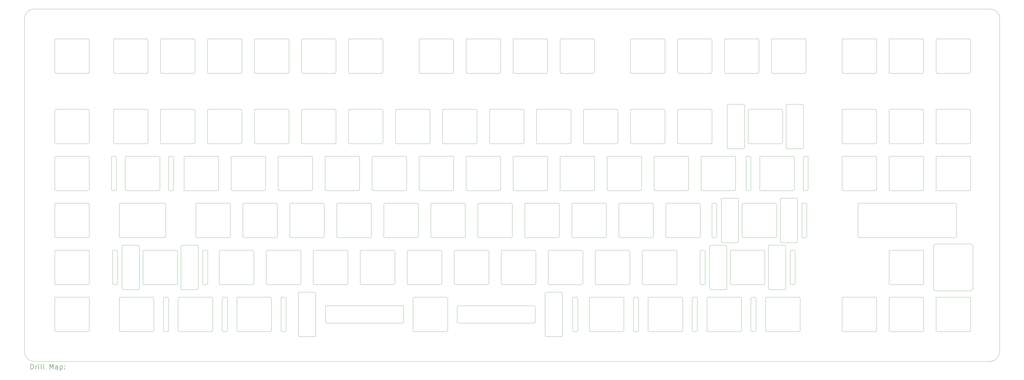
<source format=gbr>
%FSLAX45Y45*%
G04 Gerber Fmt 4.5, Leading zero omitted, Abs format (unit mm)*
G04 Created by KiCad (PCBNEW (6.0.0)) date 2022-03-09 15:54:17*
%MOMM*%
%LPD*%
G01*
G04 APERTURE LIST*
%TA.AperFunction,Profile*%
%ADD10C,0.100000*%
%TD*%
%TA.AperFunction,Profile*%
%ADD11C,0.050000*%
%TD*%
%ADD12C,0.200000*%
G04 APERTURE END LIST*
D10*
X16709470Y-19303045D02*
X16709470Y-19903045D01*
X13592700Y-19253045D02*
X16659470Y-19253045D01*
X13542700Y-19903045D02*
X13542700Y-19303045D01*
X13592700Y-19953045D02*
X16659470Y-19953045D01*
X13542700Y-19903045D02*
G75*
G03*
X13592700Y-19953045I50000J0D01*
G01*
X13592700Y-19253045D02*
G75*
G03*
X13542700Y-19303045I0J-50000D01*
G01*
X16709470Y-19303045D02*
G75*
G03*
X16659470Y-19253045I-50000J0D01*
G01*
X16659470Y-19953045D02*
G75*
G03*
X16709470Y-19903045I0J50000D01*
G01*
X5187725Y-16445290D02*
G75*
G03*
X5237725Y-16495290I50000J0D01*
G01*
X5237725Y-16495290D02*
X7013975Y-16495050D01*
X5237725Y-15095290D02*
X7013975Y-15095050D01*
X5187725Y-15145290D02*
X5187725Y-16445290D01*
X5237725Y-15095290D02*
G75*
G03*
X5187725Y-15145290I0J-50000D01*
G01*
X21993300Y-19255615D02*
X18926530Y-19255615D01*
X22043300Y-19305615D02*
G75*
G03*
X21993300Y-19255615I-50000J0D01*
G01*
X18876530Y-19905615D02*
X18876530Y-19305615D01*
X18926530Y-19255615D02*
G75*
G03*
X18876530Y-19305615I0J-50000D01*
G01*
X21993300Y-19955615D02*
G75*
G03*
X22043300Y-19905615I0J50000D01*
G01*
X18876530Y-19905615D02*
G75*
G03*
X18926530Y-19955615I50000J0D01*
G01*
X22043300Y-19305615D02*
X22043300Y-19905615D01*
X21993300Y-19955615D02*
X18926530Y-19955615D01*
X34477100Y-13239930D02*
X34477100Y-14539930D01*
X34527100Y-13189930D02*
X35827100Y-13189930D01*
X36382100Y-13239930D02*
X36382100Y-14539930D01*
X39687100Y-13239930D02*
X39687100Y-14539930D01*
X37782100Y-13239930D02*
G75*
G03*
X37732100Y-13189930I-50000J0D01*
G01*
X37732100Y-14589930D02*
G75*
G03*
X37782100Y-14539930I0J50000D01*
G01*
X35877100Y-13239930D02*
G75*
G03*
X35827100Y-13189930I-50000J0D01*
G01*
X39637100Y-14589930D02*
G75*
G03*
X39687100Y-14539930I0J50000D01*
G01*
X38287100Y-13239930D02*
X38287100Y-14539930D01*
X38337100Y-13189930D02*
X39637100Y-13189930D01*
X35877100Y-13239930D02*
X35877100Y-14539930D01*
X34527100Y-14589930D02*
X35827100Y-14589930D01*
X39687100Y-13239930D02*
G75*
G03*
X39637100Y-13189930I-50000J0D01*
G01*
X37782100Y-13239930D02*
X37782100Y-14539930D01*
X38337100Y-13189930D02*
G75*
G03*
X38287100Y-13239930I0J-50000D01*
G01*
X36432100Y-13189930D02*
X37732100Y-13189930D01*
X36432100Y-13189930D02*
G75*
G03*
X36382100Y-13239930I0J-50000D01*
G01*
X36382100Y-14539930D02*
G75*
G03*
X36432100Y-14589930I50000J0D01*
G01*
X36432100Y-14589930D02*
X37732100Y-14589930D01*
X38337100Y-14589930D02*
X39637100Y-14589930D01*
X35827100Y-14589930D02*
G75*
G03*
X35877100Y-14539930I0J50000D01*
G01*
X34477100Y-14539930D02*
G75*
G03*
X34527100Y-14589930I50000J0D01*
G01*
X38287100Y-14539930D02*
G75*
G03*
X38337100Y-14589930I50000J0D01*
G01*
X34527100Y-13189930D02*
G75*
G03*
X34477100Y-13239930I0J-50000D01*
G01*
X36382100Y-8477730D02*
X36382100Y-9777730D01*
X37782100Y-8477730D02*
G75*
G03*
X37732100Y-8427730I-50000J0D01*
G01*
X37732100Y-9827730D02*
G75*
G03*
X37782100Y-9777730I0J50000D01*
G01*
X37782100Y-8477730D02*
X37782100Y-9777730D01*
X36432100Y-8427730D02*
X37732100Y-8427730D01*
X36432100Y-8427730D02*
G75*
G03*
X36382100Y-8477730I0J-50000D01*
G01*
X36382100Y-9777730D02*
G75*
G03*
X36432100Y-9827730I50000J0D01*
G01*
X36432100Y-9827730D02*
X37732100Y-9827730D01*
X30523300Y-11134570D02*
G75*
G03*
X30473300Y-11084570I-50000J0D01*
G01*
X29873300Y-11084570D02*
G75*
G03*
X29823300Y-11134570I0J-50000D01*
G01*
X29823300Y-12835050D02*
X29823300Y-11134570D01*
X30523300Y-12835050D02*
X30523300Y-11134570D01*
X29873300Y-11084570D02*
X30473300Y-11084570D01*
X32910900Y-11134570D02*
G75*
G03*
X32860900Y-11084570I-50000J0D01*
G01*
X32260900Y-11084570D02*
G75*
G03*
X32210900Y-11134570I0J-50000D01*
G01*
X32260900Y-11084570D02*
X32860900Y-11084570D01*
X6191770Y-18399690D02*
X7491770Y-18399690D01*
X6191770Y-16999690D02*
G75*
G03*
X6141770Y-17049690I0J-50000D01*
G01*
X6141770Y-17049690D02*
X6141770Y-18349690D01*
X6141770Y-18349690D02*
G75*
G03*
X6191770Y-18399690I50000J0D01*
G01*
X7491770Y-18399690D02*
G75*
G03*
X7541770Y-18349690I0J50000D01*
G01*
X7541770Y-17049690D02*
G75*
G03*
X7491770Y-16999690I-50000J0D01*
G01*
X7541770Y-17049690D02*
X7541770Y-18349690D01*
X6191770Y-16999690D02*
X7491770Y-16999690D01*
X13093975Y-18703610D02*
X12493975Y-18703610D01*
X13143975Y-18753610D02*
G75*
G03*
X13093975Y-18703610I-50000J0D01*
G01*
X12493975Y-18703610D02*
G75*
G03*
X12443975Y-18753610I0J-50000D01*
G01*
X23093975Y-18703610D02*
X22493975Y-18703610D01*
X23143975Y-18753610D02*
G75*
G03*
X23093975Y-18703610I-50000J0D01*
G01*
X22493975Y-18703610D02*
G75*
G03*
X22443975Y-18753610I0J-50000D01*
G01*
X7023565Y-18904270D02*
G75*
G03*
X6973565Y-18954270I0J-50000D01*
G01*
X7183015Y-20254270D02*
X7183015Y-18954270D01*
X7023565Y-18904270D02*
X7133015Y-18904270D01*
X6973565Y-20254270D02*
G75*
G03*
X7023565Y-20304270I50000J0D01*
G01*
X7023565Y-20304270D02*
X7133015Y-20304270D01*
X7133015Y-20304270D02*
G75*
G03*
X7183015Y-20254270I0J50000D01*
G01*
X6973565Y-20254270D02*
X6973565Y-18954270D01*
X7183015Y-18954270D02*
G75*
G03*
X7133015Y-18904270I-50000J0D01*
G01*
X9354665Y-20254270D02*
X9354665Y-18954270D01*
X9404665Y-18904270D02*
G75*
G03*
X9354665Y-18954270I0J-50000D01*
G01*
X9564115Y-18954270D02*
G75*
G03*
X9514115Y-18904270I-50000J0D01*
G01*
X9354665Y-20254270D02*
G75*
G03*
X9404665Y-20304270I50000J0D01*
G01*
X9404665Y-20304270D02*
X9514115Y-20304270D01*
X9564115Y-20254270D02*
X9564115Y-18954270D01*
X9404665Y-18904270D02*
X9514115Y-18904270D01*
X9514115Y-20304270D02*
G75*
G03*
X9564115Y-20254270I0J50000D01*
G01*
X11785765Y-18904270D02*
G75*
G03*
X11735765Y-18954270I0J-50000D01*
G01*
X11945215Y-18954270D02*
G75*
G03*
X11895215Y-18904270I-50000J0D01*
G01*
X11735765Y-20254270D02*
G75*
G03*
X11785765Y-20304270I50000J0D01*
G01*
X11945215Y-20254270D02*
X11945215Y-18954270D01*
X11785765Y-20304270D02*
X11895215Y-20304270D01*
X11785765Y-18904270D02*
X11895215Y-18904270D01*
X11735765Y-20254270D02*
X11735765Y-18954270D01*
X11895215Y-20304270D02*
G75*
G03*
X11945215Y-20254270I0J50000D01*
G01*
X30944015Y-20304270D02*
G75*
G03*
X30994015Y-20254270I0J50000D01*
G01*
X30834565Y-18904270D02*
G75*
G03*
X30784565Y-18954270I0J-50000D01*
G01*
X30994015Y-20254270D02*
X30994015Y-18954270D01*
X30834565Y-20304270D02*
X30944015Y-20304270D01*
X30994015Y-18954270D02*
G75*
G03*
X30944015Y-18904270I-50000J0D01*
G01*
X30784565Y-20254270D02*
X30784565Y-18954270D01*
X30784565Y-20254270D02*
G75*
G03*
X30834565Y-20304270I50000J0D01*
G01*
X30834565Y-18904270D02*
X30944015Y-18904270D01*
X28453465Y-18904270D02*
X28562915Y-18904270D01*
X28403465Y-20254270D02*
X28403465Y-18954270D01*
X28403465Y-20254270D02*
G75*
G03*
X28453465Y-20304270I50000J0D01*
G01*
X28453465Y-18904270D02*
G75*
G03*
X28403465Y-18954270I0J-50000D01*
G01*
X28562915Y-20304270D02*
G75*
G03*
X28612915Y-20254270I0J50000D01*
G01*
X28453465Y-20304270D02*
X28562915Y-20304270D01*
X28612915Y-18954270D02*
G75*
G03*
X28562915Y-18904270I-50000J0D01*
G01*
X28612915Y-20254270D02*
X28612915Y-18954270D01*
X26072365Y-18904270D02*
G75*
G03*
X26022365Y-18954270I0J-50000D01*
G01*
X26022365Y-20254270D02*
X26022365Y-18954270D01*
X26231815Y-20254270D02*
X26231815Y-18954270D01*
X26231815Y-18954270D02*
G75*
G03*
X26181815Y-18904270I-50000J0D01*
G01*
X26072365Y-18904270D02*
X26181815Y-18904270D01*
X26022365Y-20254270D02*
G75*
G03*
X26072365Y-20304270I50000J0D01*
G01*
X26181815Y-20304270D02*
G75*
G03*
X26231815Y-20254270I0J50000D01*
G01*
X26072365Y-20304270D02*
X26181815Y-20304270D01*
X8254480Y-8477550D02*
G75*
G03*
X8204480Y-8427550I-50000J0D01*
G01*
X6854480Y-8477550D02*
X6854480Y-9777550D01*
X8254480Y-8477550D02*
X8254480Y-9777550D01*
X6904480Y-8427550D02*
G75*
G03*
X6854480Y-8477550I0J-50000D01*
G01*
X6904480Y-8427550D02*
X8204480Y-8427550D01*
X6904480Y-9827550D02*
X8204480Y-9827550D01*
X8204480Y-9827550D02*
G75*
G03*
X8254480Y-9777550I0J50000D01*
G01*
X6854480Y-9777550D02*
G75*
G03*
X6904480Y-9827550I50000J0D01*
G01*
X7735570Y-16799210D02*
X8335570Y-16799210D01*
X5347970Y-18599690D02*
X5947970Y-18599690D01*
X7735570Y-18599690D02*
X8335570Y-18599690D01*
X8385570Y-16849210D02*
G75*
G03*
X8335570Y-16799210I-50000J0D01*
G01*
X5997970Y-18549690D02*
X5997970Y-16849210D01*
X5947970Y-18599690D02*
G75*
G03*
X5997970Y-18549690I0J50000D01*
G01*
X5297970Y-18549690D02*
G75*
G03*
X5347970Y-18599690I50000J0D01*
G01*
X7685570Y-18549690D02*
G75*
G03*
X7735570Y-18599690I50000J0D01*
G01*
X5297970Y-18549690D02*
X5297970Y-16849210D01*
X7735570Y-16799210D02*
G75*
G03*
X7685570Y-16849210I0J-50000D01*
G01*
X8335570Y-18599690D02*
G75*
G03*
X8385570Y-18549690I0J50000D01*
G01*
X7685570Y-16849210D02*
X7685570Y-18549690D01*
X8385570Y-16849210D02*
X8385570Y-18549690D01*
X5997970Y-16849210D02*
G75*
G03*
X5947970Y-16799210I-50000J0D01*
G01*
X5347970Y-16799210D02*
X5947970Y-16799210D01*
X5347970Y-16799210D02*
G75*
G03*
X5297970Y-16849210I0J-50000D01*
G01*
X13093975Y-20505050D02*
X12493975Y-20505050D01*
X13093975Y-20505050D02*
G75*
G03*
X13143975Y-20455050I0J50000D01*
G01*
X12443975Y-20455050D02*
G75*
G03*
X12493975Y-20505050I50000J0D01*
G01*
X23093975Y-20505050D02*
G75*
G03*
X23143975Y-20455050I0J50000D01*
G01*
X22443975Y-20455050D02*
G75*
G03*
X22493975Y-20505050I50000J0D01*
G01*
X23093975Y-20505050D02*
X22493975Y-20505050D01*
X30478990Y-16494810D02*
X31778990Y-16494810D01*
X31828990Y-15144810D02*
G75*
G03*
X31778990Y-15094810I-50000J0D01*
G01*
X30478990Y-15094810D02*
X31778990Y-15094810D01*
X30235190Y-16694810D02*
G75*
G03*
X30285190Y-16644810I0J50000D01*
G01*
X29635190Y-16694810D02*
X30235190Y-16694810D01*
X31972790Y-16644810D02*
G75*
G03*
X32022790Y-16694810I50000J0D01*
G01*
X31972790Y-14944330D02*
X31972790Y-16644810D01*
X32672790Y-14944330D02*
X32672790Y-16644810D01*
X32022790Y-16694810D02*
X32622790Y-16694810D01*
X31778990Y-16494810D02*
G75*
G03*
X31828990Y-16444810I0J50000D01*
G01*
X30478990Y-15094810D02*
G75*
G03*
X30428990Y-15144810I0J-50000D01*
G01*
X32622790Y-16694810D02*
G75*
G03*
X32672790Y-16644810I0J50000D01*
G01*
X31828990Y-15144810D02*
X31828990Y-16444810D01*
X29585190Y-16644810D02*
G75*
G03*
X29635190Y-16694810I50000J0D01*
G01*
X30428990Y-15144810D02*
X30428990Y-16444810D01*
X30428990Y-16444810D02*
G75*
G03*
X30478990Y-16494810I50000J0D01*
G01*
X32022790Y-14894330D02*
G75*
G03*
X31972790Y-14944330I0J-50000D01*
G01*
X30285190Y-16644810D02*
X30285190Y-14944330D01*
X29635190Y-14894330D02*
G75*
G03*
X29585190Y-14944330I0J-50000D01*
G01*
X32672790Y-14944330D02*
G75*
G03*
X32622790Y-14894330I-50000J0D01*
G01*
X29585190Y-16644810D02*
X29585190Y-14944330D01*
X32022790Y-14894330D02*
X32622790Y-14894330D01*
X30285190Y-14944330D02*
G75*
G03*
X30235190Y-14894330I-50000J0D01*
G01*
X29635190Y-14894330D02*
X30235190Y-14894330D01*
X30002770Y-16999690D02*
G75*
G03*
X29952770Y-17049690I0J-50000D01*
G01*
X31546570Y-16799210D02*
X32146570Y-16799210D01*
X29808970Y-16849210D02*
G75*
G03*
X29758970Y-16799210I-50000J0D01*
G01*
X29758970Y-18599690D02*
G75*
G03*
X29808970Y-18549690I0J50000D01*
G01*
X31496570Y-18549690D02*
G75*
G03*
X31546570Y-18599690I50000J0D01*
G01*
X31546570Y-18599690D02*
X32146570Y-18599690D01*
X31352770Y-17049690D02*
X31352770Y-18349690D01*
X31546570Y-16799210D02*
G75*
G03*
X31496570Y-16849210I0J-50000D01*
G01*
X29158970Y-16799210D02*
G75*
G03*
X29108970Y-16849210I0J-50000D01*
G01*
X29108970Y-18549690D02*
X29108970Y-16849210D01*
X29158970Y-16799210D02*
X29758970Y-16799210D01*
X30002770Y-16999690D02*
X31302770Y-16999690D01*
X29108970Y-18549690D02*
G75*
G03*
X29158970Y-18599690I50000J0D01*
G01*
X31496570Y-16849210D02*
X31496570Y-18549690D01*
X29952770Y-17049690D02*
X29952770Y-18349690D01*
X29952770Y-18349690D02*
G75*
G03*
X30002770Y-18399690I50000J0D01*
G01*
X31302770Y-18399690D02*
G75*
G03*
X31352770Y-18349690I0J50000D01*
G01*
X29158970Y-18599690D02*
X29758970Y-18599690D01*
X29808970Y-18549690D02*
X29808970Y-16849210D01*
X32196570Y-16849210D02*
X32196570Y-18549690D01*
X30002770Y-18399690D02*
X31302770Y-18399690D01*
X32146570Y-18599690D02*
G75*
G03*
X32196570Y-18549690I0J50000D01*
G01*
X31352770Y-17049690D02*
G75*
G03*
X31302770Y-16999690I-50000J0D01*
G01*
X32196570Y-16849210D02*
G75*
G03*
X32146570Y-16799210I-50000J0D01*
G01*
X26352100Y-13240050D02*
G75*
G03*
X26302100Y-13190050I-50000J0D01*
G01*
X12014600Y-9827550D02*
G75*
G03*
X12064600Y-9777550I0J50000D01*
G01*
X17382100Y-8427550D02*
G75*
G03*
X17332100Y-8477550I0J-50000D01*
G01*
X10109600Y-12685050D02*
G75*
G03*
X10159600Y-12635050I0J50000D01*
G01*
X37782100Y-18955050D02*
G75*
G03*
X37732100Y-18905050I-50000J0D01*
G01*
X2618350Y-17000050D02*
X3918350Y-17000050D01*
X17332100Y-14540050D02*
G75*
G03*
X17382100Y-14590050I50000J0D01*
G01*
X22065850Y-17050050D02*
G75*
G03*
X22015850Y-17000050I-50000J0D01*
G01*
X11140850Y-17050050D02*
X11140850Y-18350050D01*
X16429600Y-11285050D02*
X17729600Y-11285050D01*
X30667100Y-11335050D02*
X30667100Y-12635050D01*
X24525850Y-17000050D02*
G75*
G03*
X24475850Y-17050050I0J-50000D01*
G01*
X12093350Y-16445050D02*
G75*
G03*
X12143350Y-16495050I50000J0D01*
G01*
D11*
X40472400Y-7222670D02*
X1739840Y-7222670D01*
D10*
X16905850Y-17000050D02*
X18205850Y-17000050D01*
X13522100Y-14540050D02*
G75*
G03*
X13572100Y-14590050I50000J0D01*
G01*
X23611655Y-18904270D02*
X23721105Y-18904270D01*
X31619600Y-9777550D02*
G75*
G03*
X31669600Y-9827550I50000J0D01*
G01*
X4915850Y-13190050D02*
G75*
G03*
X4865850Y-13240050I0J-50000D01*
G01*
X26380850Y-18350050D02*
G75*
G03*
X26430850Y-18400050I50000J0D01*
G01*
X8809600Y-8427550D02*
X10109600Y-8427550D01*
X19287100Y-14590050D02*
X20587100Y-14590050D01*
X3968350Y-15145050D02*
G75*
G03*
X3918350Y-15095050I-50000J0D01*
G01*
X19287100Y-13190050D02*
G75*
G03*
X19237100Y-13240050I0J-50000D01*
G01*
X25954600Y-8427550D02*
G75*
G03*
X25904600Y-8477550I0J-50000D01*
G01*
X25399600Y-11335050D02*
G75*
G03*
X25349600Y-11285050I-50000J0D01*
G01*
X23444600Y-12685050D02*
G75*
G03*
X23494600Y-12635050I0J50000D01*
G01*
X24447100Y-8477550D02*
X24447100Y-9777550D01*
X39778490Y-18572520D02*
X39778490Y-16826380D01*
X32067100Y-11335050D02*
X32067100Y-12635050D01*
X16905850Y-17000050D02*
G75*
G03*
X16855850Y-17050050I0J-50000D01*
G01*
X2568350Y-20255050D02*
G75*
G03*
X2618350Y-20305050I50000J0D01*
G01*
X19763350Y-16495050D02*
X21063350Y-16495050D01*
X25904600Y-11335050D02*
X25904600Y-12635050D01*
X32953350Y-13190050D02*
X33053350Y-13190050D01*
X38287100Y-20255050D02*
G75*
G03*
X38337100Y-20305050I50000J0D01*
G01*
X22443975Y-18753610D02*
X22443975Y-20455050D01*
X32953350Y-14590050D02*
X33053350Y-14590050D01*
X23970850Y-17050050D02*
G75*
G03*
X23920850Y-17000050I-50000J0D01*
G01*
X12619600Y-12685050D02*
X13919600Y-12685050D01*
X16777100Y-14590050D02*
G75*
G03*
X16827100Y-14540050I0J50000D01*
G01*
X27859600Y-9827550D02*
X29159600Y-9827550D01*
X21192100Y-14590050D02*
X22492100Y-14590050D01*
X22065850Y-17050050D02*
X22065850Y-18350050D01*
X19237100Y-13240050D02*
X19237100Y-14540050D01*
X4965225Y-17000050D02*
X5065225Y-17000050D01*
X5065850Y-13240050D02*
G75*
G03*
X5015850Y-13190050I-50000J0D01*
G01*
X36382100Y-18350050D02*
G75*
G03*
X36432100Y-18400050I50000J0D01*
G01*
X3968350Y-8477550D02*
G75*
G03*
X3918350Y-8427550I-50000J0D01*
G01*
X39687100Y-11335050D02*
G75*
G03*
X39637100Y-11285050I-50000J0D01*
G01*
X26352100Y-13240050D02*
X26352100Y-14540050D01*
X25904600Y-9777550D02*
G75*
G03*
X25954600Y-9827550I50000J0D01*
G01*
X12619600Y-9827550D02*
X13919600Y-9827550D01*
X36432100Y-18400050D02*
X37732100Y-18400050D01*
X20160850Y-17050050D02*
X20160850Y-18350050D01*
X18760850Y-17050050D02*
X18760850Y-18350050D01*
X23523350Y-16445050D02*
G75*
G03*
X23573350Y-16495050I50000J0D01*
G01*
X21668350Y-16495050D02*
X22968350Y-16495050D01*
X10188350Y-15145050D02*
X10188350Y-16445050D01*
X34527100Y-18905050D02*
X35827100Y-18905050D01*
X35877100Y-18955050D02*
X35877100Y-20255050D01*
X15477100Y-14590050D02*
X16777100Y-14590050D01*
X16827100Y-13240050D02*
G75*
G03*
X16777100Y-13190050I-50000J0D01*
G01*
X39114160Y-15144930D02*
G75*
G03*
X39064160Y-15094930I-50000J0D01*
G01*
X14474600Y-11335050D02*
X14474600Y-12635050D01*
X22542100Y-13240050D02*
G75*
G03*
X22492100Y-13190050I-50000J0D01*
G01*
X7857100Y-13190050D02*
G75*
G03*
X7807100Y-13240050I0J-50000D01*
G01*
X36382100Y-12635050D02*
G75*
G03*
X36432100Y-12685050I50000J0D01*
G01*
X21618350Y-15145050D02*
X21618350Y-16445050D01*
X14922100Y-13240050D02*
X14922100Y-14540050D01*
X34477100Y-12635050D02*
G75*
G03*
X34527100Y-12685050I50000J0D01*
G01*
X20715850Y-17000050D02*
G75*
G03*
X20665850Y-17050050I0J-50000D01*
G01*
X23573350Y-16495050D02*
X24873350Y-16495050D01*
X31193350Y-13190050D02*
G75*
G03*
X31143350Y-13240050I0J-50000D01*
G01*
X2568350Y-16445050D02*
G75*
G03*
X2618350Y-16495050I50000J0D01*
G01*
X13969600Y-11335050D02*
G75*
G03*
X13919600Y-11285050I-50000J0D01*
G01*
X9235850Y-18350050D02*
G75*
G03*
X9285850Y-18400050I50000J0D01*
G01*
X3968350Y-15145050D02*
X3968350Y-16445050D01*
X12967100Y-14590050D02*
G75*
G03*
X13017100Y-14540050I0J50000D01*
G01*
X6587725Y-18955050D02*
X6587725Y-20255050D01*
X2618350Y-15095050D02*
X3918350Y-15095050D01*
X28762100Y-14540050D02*
G75*
G03*
X28812100Y-14590050I50000J0D01*
G01*
X16350850Y-17050050D02*
G75*
G03*
X16300850Y-17000050I-50000J0D01*
G01*
X22620850Y-18400050D02*
X23920850Y-18400050D01*
X26907100Y-13190050D02*
G75*
G03*
X26857100Y-13240050I0J-50000D01*
G01*
X30350225Y-20305050D02*
G75*
G03*
X30400225Y-20255050I0J50000D01*
G01*
X23999600Y-11335050D02*
X23999600Y-12635050D01*
X25478350Y-15095050D02*
G75*
G03*
X25428350Y-15145050I0J-50000D01*
G01*
X38337100Y-12685050D02*
X39637100Y-12685050D01*
X26907100Y-14590050D02*
X28207100Y-14590050D01*
X29253975Y-16495050D02*
X29353975Y-16495050D01*
X23611655Y-20304270D02*
X23721105Y-20304270D01*
X10159600Y-11335050D02*
X10159600Y-12635050D01*
X32860900Y-12885050D02*
G75*
G03*
X32910900Y-12835050I0J50000D01*
G01*
X23920850Y-18400050D02*
G75*
G03*
X23970850Y-18350050I0J50000D01*
G01*
X25002100Y-14590050D02*
X26302100Y-14590050D01*
X11350225Y-18955050D02*
G75*
G03*
X11300225Y-18905050I-50000J0D01*
G01*
X3968350Y-17050050D02*
X3968350Y-18350050D01*
X22542100Y-8477550D02*
X22542100Y-9777550D01*
X28018975Y-18955050D02*
X28018975Y-20255050D01*
X23561655Y-20254270D02*
X23561655Y-18954270D01*
X27859600Y-8427550D02*
G75*
G03*
X27809600Y-8477550I0J-50000D01*
G01*
X14048350Y-16495050D02*
X15348350Y-16495050D01*
X27254600Y-12685050D02*
G75*
G03*
X27304600Y-12635050I0J50000D01*
G01*
X18334600Y-11285050D02*
X19634600Y-11285050D01*
X29159600Y-12685050D02*
G75*
G03*
X29209600Y-12635050I0J50000D01*
G01*
X30400225Y-18955050D02*
G75*
G03*
X30350225Y-18905050I-50000J0D01*
G01*
X28727725Y-17050050D02*
X28727725Y-18350050D01*
X18443975Y-20305050D02*
G75*
G03*
X18493975Y-20255050I0J50000D01*
G01*
X30162100Y-13240050D02*
X30162100Y-14540050D01*
X10238350Y-16495050D02*
X11538350Y-16495050D01*
X6349600Y-11335050D02*
G75*
G03*
X6299600Y-11285050I-50000J0D01*
G01*
X13095850Y-17000050D02*
X14395850Y-17000050D01*
X10664600Y-8477550D02*
X10664600Y-9777550D01*
X2618350Y-8427550D02*
G75*
G03*
X2568350Y-8477550I0J-50000D01*
G01*
X31143350Y-14540050D02*
G75*
G03*
X31193350Y-14590050I50000J0D01*
G01*
X13017100Y-13240050D02*
X13017100Y-14540050D01*
X21589600Y-11335050D02*
G75*
G03*
X21539600Y-11285050I-50000J0D01*
G01*
X35175030Y-16494930D02*
X39064160Y-16494930D01*
X21668350Y-15095050D02*
G75*
G03*
X21618350Y-15145050I0J-50000D01*
G01*
X24397100Y-14590050D02*
G75*
G03*
X24447100Y-14540050I0J50000D01*
G01*
X13998350Y-16445050D02*
G75*
G03*
X14048350Y-16495050I50000J0D01*
G01*
X11588350Y-15145050D02*
X11588350Y-16445050D01*
X16855850Y-18350050D02*
G75*
G03*
X16905850Y-18400050I50000J0D01*
G01*
X27304600Y-8477550D02*
X27304600Y-9777550D01*
X13493350Y-15145050D02*
X13493350Y-16445050D01*
X11112100Y-13240050D02*
G75*
G03*
X11062100Y-13190050I-50000J0D01*
G01*
X17858350Y-15095050D02*
X19158350Y-15095050D01*
X16827100Y-13240050D02*
X16827100Y-14540050D01*
X20110850Y-18400050D02*
G75*
G03*
X20160850Y-18350050I0J50000D01*
G01*
X23097100Y-13190050D02*
X24397100Y-13190050D01*
D11*
X1739840Y-21509270D02*
X40472400Y-21509270D01*
D10*
X37782100Y-17050050D02*
G75*
G03*
X37732100Y-17000050I-50000J0D01*
G01*
X19684600Y-11335050D02*
X19684600Y-12635050D01*
X2618350Y-18905050D02*
G75*
G03*
X2568350Y-18955050I0J-50000D01*
G01*
X20587100Y-9827550D02*
G75*
G03*
X20637100Y-9777550I0J50000D01*
G01*
X15874600Y-8477550D02*
X15874600Y-9777550D01*
X26668975Y-18905050D02*
X27968975Y-18905050D01*
X14524600Y-8427550D02*
G75*
G03*
X14474600Y-8477550I0J-50000D01*
G01*
X33053975Y-15145050D02*
G75*
G03*
X33003975Y-15095050I-50000J0D01*
G01*
X12143350Y-16495050D02*
X13443350Y-16495050D01*
X17382100Y-13190050D02*
X18682100Y-13190050D01*
X19287100Y-13190050D02*
X20587100Y-13190050D01*
X37732100Y-12685050D02*
G75*
G03*
X37782100Y-12635050I0J50000D01*
G01*
X22542100Y-13240050D02*
X22542100Y-14540050D01*
X28733350Y-15145050D02*
G75*
G03*
X28683350Y-15095050I-50000J0D01*
G01*
X27254600Y-9827550D02*
G75*
G03*
X27304600Y-9777550I0J50000D01*
G01*
X33003975Y-16495050D02*
G75*
G03*
X33053975Y-16445050I0J50000D01*
G01*
X6349600Y-11335050D02*
X6349600Y-12635050D01*
X4999600Y-11285050D02*
G75*
G03*
X4949600Y-11335050I0J-50000D01*
G01*
X21192100Y-13190050D02*
G75*
G03*
X21142100Y-13240050I0J-50000D01*
G01*
X5475850Y-13190050D02*
X6775850Y-13190050D01*
X29050225Y-18905050D02*
G75*
G03*
X29000225Y-18955050I0J-50000D01*
G01*
X6537725Y-20305050D02*
G75*
G03*
X6587725Y-20255050I0J50000D01*
G01*
X27809600Y-11335050D02*
X27809600Y-12635050D01*
X32543350Y-13240050D02*
X32543350Y-14540050D01*
X7568975Y-18955050D02*
X7568975Y-20255050D01*
X38287100Y-8477550D02*
X38287100Y-9777550D01*
X12064600Y-11335050D02*
X12064600Y-12635050D01*
X25637725Y-18955050D02*
X25637725Y-20255050D01*
X11667100Y-13190050D02*
G75*
G03*
X11617100Y-13240050I0J-50000D01*
G01*
X27304600Y-8477550D02*
G75*
G03*
X27254600Y-8427550I-50000J0D01*
G01*
X15903350Y-16445050D02*
G75*
G03*
X15953350Y-16495050I50000J0D01*
G01*
D11*
X1739840Y-7222670D02*
G75*
G03*
X1342990Y-7619520I0J-396850D01*
G01*
D10*
X10664600Y-12635050D02*
G75*
G03*
X10714600Y-12685050I50000J0D01*
G01*
X25875850Y-17050050D02*
X25875850Y-18350050D01*
X11062100Y-14590050D02*
G75*
G03*
X11112100Y-14540050I0J50000D01*
G01*
X3968350Y-13240050D02*
G75*
G03*
X3918350Y-13190050I-50000J0D01*
G01*
X23143975Y-18753610D02*
X23143975Y-20455050D01*
X6854600Y-11335050D02*
X6854600Y-12635050D01*
X2568350Y-14540050D02*
G75*
G03*
X2618350Y-14590050I50000J0D01*
G01*
X4999600Y-8427550D02*
X6299600Y-8427550D01*
X17093975Y-20255050D02*
G75*
G03*
X17143975Y-20305050I50000J0D01*
G01*
X3968350Y-13240050D02*
X3968350Y-14540050D01*
X12619600Y-11285050D02*
X13919600Y-11285050D01*
X32969600Y-9827550D02*
G75*
G03*
X33019600Y-9777550I0J50000D01*
G01*
X23523350Y-15145050D02*
X23523350Y-16445050D01*
X38191090Y-16826380D02*
X38191090Y-18572520D01*
X26907100Y-13190050D02*
X28207100Y-13190050D01*
X12064600Y-8477550D02*
X12064600Y-9777550D01*
X35175030Y-15094930D02*
G75*
G03*
X35125030Y-15144930I0J-50000D01*
G01*
X19287100Y-8427550D02*
X20587100Y-8427550D01*
X29403975Y-15145050D02*
X29403975Y-16445050D01*
X20239600Y-11285050D02*
X21539600Y-11285050D01*
X30633350Y-13190050D02*
X30733350Y-13190050D01*
X28733350Y-15145050D02*
X28733350Y-16445050D01*
X2618350Y-12685050D02*
X3918350Y-12685050D01*
X15398350Y-15145050D02*
G75*
G03*
X15348350Y-15095050I-50000J0D01*
G01*
X4949600Y-11335050D02*
X4949600Y-12635050D01*
X6299600Y-12685050D02*
G75*
G03*
X6349600Y-12635050I0J50000D01*
G01*
X27968975Y-20305050D02*
G75*
G03*
X28018975Y-20255050I0J50000D01*
G01*
X2618350Y-11285050D02*
G75*
G03*
X2568350Y-11335050I0J-50000D01*
G01*
X9235850Y-17050050D02*
X9235850Y-18350050D01*
X36432100Y-17000050D02*
X37732100Y-17000050D01*
X26618975Y-20255050D02*
G75*
G03*
X26668975Y-20305050I50000J0D01*
G01*
X5425850Y-13240050D02*
X5425850Y-14540050D01*
X19208350Y-15145050D02*
X19208350Y-16445050D01*
X8968975Y-18955050D02*
G75*
G03*
X8918975Y-18905050I-50000J0D01*
G01*
X35877100Y-8477550D02*
G75*
G03*
X35827100Y-8427550I-50000J0D01*
G01*
X25002100Y-13190050D02*
X26302100Y-13190050D01*
X32427725Y-17000050D02*
X32527725Y-17000050D01*
X13969600Y-11335050D02*
X13969600Y-12635050D01*
X35877100Y-11335050D02*
X35877100Y-12635050D01*
X35125030Y-16444930D02*
G75*
G03*
X35175030Y-16494930I50000J0D01*
G01*
X14524600Y-11285050D02*
G75*
G03*
X14474600Y-11335050I0J-50000D01*
G01*
X15953350Y-16495050D02*
X17253350Y-16495050D01*
X27383350Y-15095050D02*
G75*
G03*
X27333350Y-15145050I0J-50000D01*
G01*
X15824600Y-12685050D02*
G75*
G03*
X15874600Y-12635050I0J50000D01*
G01*
X10714600Y-11285050D02*
G75*
G03*
X10664600Y-11335050I0J-50000D01*
G01*
X20637100Y-13240050D02*
X20637100Y-14540050D01*
X24525850Y-17000050D02*
X25825850Y-17000050D01*
X16379600Y-12635050D02*
G75*
G03*
X16429600Y-12685050I50000J0D01*
G01*
X26778350Y-16495050D02*
G75*
G03*
X26828350Y-16445050I0J50000D01*
G01*
X23494600Y-11335050D02*
G75*
G03*
X23444600Y-11285050I-50000J0D01*
G01*
X18682100Y-9827550D02*
G75*
G03*
X18732100Y-9777550I0J50000D01*
G01*
X7568975Y-20255050D02*
G75*
G03*
X7618975Y-20305050I50000J0D01*
G01*
X18810850Y-17000050D02*
G75*
G03*
X18760850Y-17050050I0J-50000D01*
G01*
X20587100Y-14590050D02*
G75*
G03*
X20637100Y-14540050I0J50000D01*
G01*
X10000225Y-18905050D02*
G75*
G03*
X9950225Y-18955050I0J-50000D01*
G01*
X38337100Y-20305050D02*
X39637100Y-20305050D01*
X6349600Y-8477550D02*
G75*
G03*
X6299600Y-8427550I-50000J0D01*
G01*
X37782100Y-11335050D02*
X37782100Y-12635050D01*
X29353975Y-16495050D02*
G75*
G03*
X29403975Y-16445050I0J50000D01*
G01*
X21142100Y-14540050D02*
G75*
G03*
X21192100Y-14590050I50000J0D01*
G01*
X10188350Y-16445050D02*
G75*
G03*
X10238350Y-16495050I50000J0D01*
G01*
X27809600Y-9777550D02*
G75*
G03*
X27859600Y-9827550I50000J0D01*
G01*
X17303350Y-15145050D02*
X17303350Y-16445050D01*
X14474600Y-8477550D02*
X14474600Y-9777550D01*
X28927725Y-17050050D02*
G75*
G03*
X28877725Y-17000050I-50000J0D01*
G01*
X4999600Y-8427550D02*
G75*
G03*
X4949600Y-8477550I0J-50000D01*
G01*
X2618350Y-18400050D02*
X3918350Y-18400050D01*
X2618350Y-18905050D02*
X3918350Y-18905050D01*
X10664600Y-11335050D02*
X10664600Y-12635050D01*
X8615225Y-17000050D02*
G75*
G03*
X8565225Y-17050050I0J-50000D01*
G01*
X38191090Y-18572520D02*
G75*
G03*
X38270460Y-18651890I79370J0D01*
G01*
X30473300Y-12885050D02*
G75*
G03*
X30523300Y-12835050I0J50000D01*
G01*
X33103350Y-13240050D02*
X33103350Y-14540050D01*
X9762100Y-13190050D02*
G75*
G03*
X9712100Y-13240050I0J-50000D01*
G01*
X26302100Y-14590050D02*
G75*
G03*
X26352100Y-14540050I0J50000D01*
G01*
X6904600Y-11285050D02*
G75*
G03*
X6854600Y-11335050I0J-50000D01*
G01*
X18682100Y-14590050D02*
G75*
G03*
X18732100Y-14540050I0J50000D01*
G01*
X33053350Y-14590050D02*
G75*
G03*
X33103350Y-14540050I0J50000D01*
G01*
X26380850Y-17050050D02*
X26380850Y-18350050D01*
X31064600Y-9827550D02*
G75*
G03*
X31114600Y-9777550I0J50000D01*
G01*
X7013975Y-16495050D02*
G75*
G03*
X7063975Y-16445050I0J50000D01*
G01*
X11588350Y-15145050D02*
G75*
G03*
X11538350Y-15095050I-50000J0D01*
G01*
X28257100Y-13240050D02*
X28257100Y-14540050D01*
X8333350Y-16495050D02*
X9633350Y-16495050D01*
X27859600Y-11285050D02*
X29159600Y-11285050D01*
X15874600Y-8477550D02*
G75*
G03*
X15824600Y-8427550I-50000J0D01*
G01*
X2568350Y-12635050D02*
G75*
G03*
X2618350Y-12685050I50000J0D01*
G01*
X11667100Y-13190050D02*
X12967100Y-13190050D01*
X34527100Y-9827550D02*
X35827100Y-9827550D01*
X12569600Y-8477550D02*
X12569600Y-9777550D01*
X8615225Y-18400050D02*
X8715225Y-18400050D01*
X20239600Y-12685050D02*
X21539600Y-12685050D01*
X11190850Y-17000050D02*
G75*
G03*
X11140850Y-17050050I0J-50000D01*
G01*
X32903975Y-15095050D02*
G75*
G03*
X32853975Y-15145050I0J-50000D01*
G01*
X26857100Y-14540050D02*
G75*
G03*
X26907100Y-14590050I50000J0D01*
G01*
X21142100Y-8477550D02*
X21142100Y-9777550D01*
X23721105Y-20304270D02*
G75*
G03*
X23771105Y-20254270I0J50000D01*
G01*
X10714600Y-11285050D02*
X12014600Y-11285050D01*
X28683350Y-16495050D02*
G75*
G03*
X28733350Y-16445050I0J50000D01*
G01*
X32853975Y-15145050D02*
X32853975Y-16445050D01*
X28257100Y-13240050D02*
G75*
G03*
X28207100Y-13190050I-50000J0D01*
G01*
X8715225Y-18400050D02*
G75*
G03*
X8765225Y-18350050I0J50000D01*
G01*
X15477100Y-13190050D02*
G75*
G03*
X15427100Y-13240050I0J-50000D01*
G01*
X20637100Y-13240050D02*
G75*
G03*
X20587100Y-13190050I-50000J0D01*
G01*
X2618350Y-16495050D02*
X3918350Y-16495050D01*
X36432100Y-11285050D02*
G75*
G03*
X36382100Y-11335050I0J-50000D01*
G01*
X31193350Y-13190050D02*
X32493350Y-13190050D01*
X9157100Y-14590050D02*
G75*
G03*
X9207100Y-14540050I0J50000D01*
G01*
X34527100Y-20305050D02*
X35827100Y-20305050D01*
X38270460Y-16747010D02*
G75*
G03*
X38191090Y-16826380I0J-79370D01*
G01*
X34477100Y-18955050D02*
X34477100Y-20255050D01*
X8204600Y-12685050D02*
G75*
G03*
X8254600Y-12635050I0J50000D01*
G01*
X7857100Y-13190050D02*
X9157100Y-13190050D01*
X19684600Y-11335050D02*
G75*
G03*
X19634600Y-11285050I-50000J0D01*
G01*
X21539600Y-12685050D02*
G75*
G03*
X21589600Y-12635050I0J50000D01*
G01*
X23097100Y-8427550D02*
G75*
G03*
X23047100Y-8477550I0J-50000D01*
G01*
X12569600Y-9777550D02*
G75*
G03*
X12619600Y-9827550I50000J0D01*
G01*
X30633350Y-13190050D02*
G75*
G03*
X30583350Y-13240050I0J-50000D01*
G01*
X27859600Y-8427550D02*
X29159600Y-8427550D01*
X38337100Y-11285050D02*
G75*
G03*
X38287100Y-11335050I0J-50000D01*
G01*
X32427725Y-18400050D02*
X32527725Y-18400050D01*
X24447100Y-8477550D02*
G75*
G03*
X24397100Y-8427550I-50000J0D01*
G01*
X18493975Y-18955050D02*
X18493975Y-20255050D01*
X21192100Y-13190050D02*
X22492100Y-13190050D01*
X31193350Y-14590050D02*
X32493350Y-14590050D01*
X29050225Y-20305050D02*
X30350225Y-20305050D01*
X34477100Y-11335050D02*
X34477100Y-12635050D01*
X4999600Y-12685050D02*
X6299600Y-12685050D01*
X37782100Y-17050050D02*
X37782100Y-18350050D01*
X29050225Y-18905050D02*
X30350225Y-18905050D01*
X18810850Y-17000050D02*
X20110850Y-17000050D01*
X32543350Y-13240050D02*
G75*
G03*
X32493350Y-13190050I-50000J0D01*
G01*
X20665850Y-17050050D02*
X20665850Y-18350050D01*
X31431475Y-18905050D02*
G75*
G03*
X31381475Y-18955050I0J-50000D01*
G01*
X24049600Y-11285050D02*
G75*
G03*
X23999600Y-11335050I0J-50000D01*
G01*
X18284600Y-12635050D02*
G75*
G03*
X18334600Y-12685050I50000J0D01*
G01*
X32903350Y-14540050D02*
G75*
G03*
X32953350Y-14590050I50000J0D01*
G01*
X31381475Y-18955050D02*
X31381475Y-20255050D01*
X32427725Y-17000050D02*
G75*
G03*
X32377725Y-17050050I0J-50000D01*
G01*
X2618350Y-9827550D02*
X3918350Y-9827550D01*
X23097100Y-13190050D02*
G75*
G03*
X23047100Y-13240050I0J-50000D01*
G01*
X14474600Y-9777550D02*
G75*
G03*
X14524600Y-9827550I50000J0D01*
G01*
X9633350Y-16495050D02*
G75*
G03*
X9683350Y-16445050I0J50000D01*
G01*
X31669600Y-8427550D02*
G75*
G03*
X31619600Y-8477550I0J-50000D01*
G01*
X37782100Y-18955050D02*
X37782100Y-20255050D01*
X11617100Y-13240050D02*
X11617100Y-14540050D01*
X32781475Y-18955050D02*
G75*
G03*
X32731475Y-18905050I-50000J0D01*
G01*
X21113350Y-15145050D02*
G75*
G03*
X21063350Y-15095050I-50000J0D01*
G01*
X4915850Y-13190050D02*
X5015850Y-13190050D01*
X24397100Y-9827550D02*
G75*
G03*
X24447100Y-9777550I0J50000D01*
G01*
X17858350Y-15095050D02*
G75*
G03*
X17808350Y-15145050I0J-50000D01*
G01*
X8759600Y-8477550D02*
X8759600Y-9777550D01*
X29403975Y-15145050D02*
G75*
G03*
X29353975Y-15095050I-50000J0D01*
G01*
X16379600Y-11335050D02*
X16379600Y-12635050D01*
X12619600Y-11285050D02*
G75*
G03*
X12569600Y-11335050I0J-50000D01*
G01*
X17332100Y-13240050D02*
X17332100Y-14540050D01*
X30717100Y-11285050D02*
G75*
G03*
X30667100Y-11335050I0J-50000D01*
G01*
X19237100Y-8477550D02*
X19237100Y-9777550D01*
X35877100Y-8477550D02*
X35877100Y-9777550D01*
X17808350Y-15145050D02*
X17808350Y-16445050D01*
X10000225Y-20305050D02*
X11300225Y-20305050D01*
X5115225Y-17050050D02*
G75*
G03*
X5065225Y-17000050I-50000J0D01*
G01*
X9712100Y-13240050D02*
X9712100Y-14540050D01*
X21589600Y-11335050D02*
X21589600Y-12635050D01*
X3968350Y-11335050D02*
X3968350Y-12635050D01*
X20239600Y-11285050D02*
G75*
G03*
X20189600Y-11335050I0J-50000D01*
G01*
X2618350Y-8427550D02*
X3918350Y-8427550D01*
X16300850Y-18400050D02*
G75*
G03*
X16350850Y-18350050I0J50000D01*
G01*
X24237725Y-18955050D02*
X24237725Y-20255050D01*
X25637725Y-18955050D02*
G75*
G03*
X25587725Y-18905050I-50000J0D01*
G01*
X14524600Y-8427550D02*
X15824600Y-8427550D01*
X10238350Y-15095050D02*
X11538350Y-15095050D01*
X17729600Y-12685050D02*
G75*
G03*
X17779600Y-12635050I0J50000D01*
G01*
X28777725Y-17000050D02*
X28877725Y-17000050D01*
X17382100Y-9827550D02*
X18682100Y-9827550D01*
X29764600Y-9827550D02*
X31064600Y-9827550D01*
X38287100Y-11335050D02*
X38287100Y-12635050D01*
X38337100Y-8427550D02*
X39637100Y-8427550D01*
X13572100Y-13190050D02*
X14872100Y-13190050D01*
X29000225Y-20255050D02*
G75*
G03*
X29050225Y-20305050I50000J0D01*
G01*
X30783350Y-13240050D02*
X30783350Y-14540050D01*
X19237100Y-9777550D02*
G75*
G03*
X19287100Y-9827550I50000J0D01*
G01*
X25954600Y-8427550D02*
X27254600Y-8427550D01*
X7618975Y-18905050D02*
G75*
G03*
X7568975Y-18955050I0J-50000D01*
G01*
X5187725Y-20255050D02*
G75*
G03*
X5237725Y-20305050I50000J0D01*
G01*
X12540850Y-17050050D02*
G75*
G03*
X12490850Y-17000050I-50000J0D01*
G01*
X4965225Y-18400050D02*
X5065225Y-18400050D01*
X13919600Y-12685050D02*
G75*
G03*
X13969600Y-12635050I0J50000D01*
G01*
X15874600Y-11335050D02*
G75*
G03*
X15824600Y-11285050I-50000J0D01*
G01*
X17808350Y-16445050D02*
G75*
G03*
X17858350Y-16495050I50000J0D01*
G01*
X2618350Y-14590050D02*
X3918350Y-14590050D01*
X23771105Y-18954270D02*
G75*
G03*
X23721105Y-18904270I-50000J0D01*
G01*
X29714600Y-8477550D02*
X29714600Y-9777550D01*
X6299600Y-9827550D02*
G75*
G03*
X6349600Y-9777550I0J50000D01*
G01*
X27730850Y-18400050D02*
G75*
G03*
X27780850Y-18350050I0J50000D01*
G01*
X24447100Y-13240050D02*
G75*
G03*
X24397100Y-13190050I-50000J0D01*
G01*
X2618350Y-13190050D02*
X3918350Y-13190050D01*
X9712100Y-14540050D02*
G75*
G03*
X9762100Y-14590050I50000J0D01*
G01*
X12014600Y-12685050D02*
G75*
G03*
X12064600Y-12635050I0J50000D01*
G01*
X22015850Y-18400050D02*
G75*
G03*
X22065850Y-18350050I0J50000D01*
G01*
X27304600Y-11335050D02*
G75*
G03*
X27254600Y-11285050I-50000J0D01*
G01*
X4915225Y-17050050D02*
X4915225Y-18350050D01*
X7807100Y-13240050D02*
X7807100Y-14540050D01*
X29253975Y-15095050D02*
G75*
G03*
X29203975Y-15145050I0J-50000D01*
G01*
X8283350Y-15145050D02*
X8283350Y-16445050D01*
X32953350Y-13190050D02*
G75*
G03*
X32903350Y-13240050I0J-50000D01*
G01*
X14474600Y-12635050D02*
G75*
G03*
X14524600Y-12685050I50000J0D01*
G01*
X26668975Y-18905050D02*
G75*
G03*
X26618975Y-18955050I0J-50000D01*
G01*
X19763350Y-15095050D02*
X21063350Y-15095050D01*
X22144600Y-11285050D02*
X23444600Y-11285050D01*
X3918350Y-14590050D02*
G75*
G03*
X3968350Y-14540050I0J50000D01*
G01*
X5237725Y-18905050D02*
X6537725Y-18905050D01*
X36432100Y-18905050D02*
G75*
G03*
X36382100Y-18955050I0J-50000D01*
G01*
X10000225Y-18905050D02*
X11300225Y-18905050D01*
X12569600Y-11335050D02*
X12569600Y-12635050D01*
X8765225Y-17050050D02*
X8765225Y-18350050D01*
X8809600Y-11285050D02*
G75*
G03*
X8759600Y-11335050I0J-50000D01*
G01*
X24923350Y-15145050D02*
X24923350Y-16445050D01*
X28777725Y-18400050D02*
X28877725Y-18400050D01*
X34527100Y-18905050D02*
G75*
G03*
X34477100Y-18955050I0J-50000D01*
G01*
X8809600Y-11285050D02*
X10109600Y-11285050D01*
X27780850Y-17050050D02*
X27780850Y-18350050D01*
X11140850Y-18350050D02*
G75*
G03*
X11190850Y-18400050I50000J0D01*
G01*
X27780850Y-17050050D02*
G75*
G03*
X27730850Y-17000050I-50000J0D01*
G01*
X2568350Y-18955050D02*
X2568350Y-20255050D01*
X25428350Y-16445050D02*
G75*
G03*
X25478350Y-16495050I50000J0D01*
G01*
X10664600Y-9777550D02*
G75*
G03*
X10714600Y-9827550I50000J0D01*
G01*
D11*
X40869250Y-21112420D02*
X40869250Y-7619520D01*
D10*
X24287725Y-18905050D02*
X25587725Y-18905050D01*
X39687100Y-11335050D02*
X39687100Y-12635050D01*
X38337100Y-9827550D02*
X39637100Y-9827550D01*
X20637100Y-8477550D02*
G75*
G03*
X20587100Y-8427550I-50000J0D01*
G01*
X3968350Y-11335050D02*
G75*
G03*
X3918350Y-11285050I-50000J0D01*
G01*
X6825850Y-13240050D02*
X6825850Y-14540050D01*
X24237725Y-20255050D02*
G75*
G03*
X24287725Y-20305050I50000J0D01*
G01*
X17143975Y-18905050D02*
X18443975Y-18905050D01*
X39064160Y-16494930D02*
G75*
G03*
X39114160Y-16444930I0J50000D01*
G01*
X29764600Y-8427550D02*
G75*
G03*
X29714600Y-8477550I0J-50000D01*
G01*
X38337100Y-18905050D02*
G75*
G03*
X38287100Y-18955050I0J-50000D01*
G01*
X10159600Y-8477550D02*
G75*
G03*
X10109600Y-8427550I-50000J0D01*
G01*
X7185850Y-13240050D02*
X7185850Y-14540050D01*
X37732100Y-20305050D02*
G75*
G03*
X37782100Y-20255050I0J50000D01*
G01*
X28812100Y-14590050D02*
X30112100Y-14590050D01*
X17332100Y-8477550D02*
X17332100Y-9777550D01*
X8759600Y-9777550D02*
G75*
G03*
X8809600Y-9827550I50000J0D01*
G01*
X18255850Y-17050050D02*
G75*
G03*
X18205850Y-17000050I-50000J0D01*
G01*
X30717100Y-12685050D02*
X32017100Y-12685050D01*
X13919600Y-9827550D02*
G75*
G03*
X13969600Y-9777550I0J50000D01*
G01*
X3968350Y-18955050D02*
G75*
G03*
X3918350Y-18905050I-50000J0D01*
G01*
X4949600Y-8477550D02*
X4949600Y-9777550D01*
X26618975Y-18955050D02*
X26618975Y-20255050D01*
X25428350Y-15145050D02*
X25428350Y-16445050D01*
X22542100Y-8477550D02*
G75*
G03*
X22492100Y-8427550I-50000J0D01*
G01*
X22620850Y-17000050D02*
X23920850Y-17000050D01*
X12540850Y-17050050D02*
X12540850Y-18350050D01*
X32853975Y-16445050D02*
G75*
G03*
X32903975Y-16495050I50000J0D01*
G01*
X12619600Y-8427550D02*
G75*
G03*
X12569600Y-8477550I0J-50000D01*
G01*
X17143975Y-18905050D02*
G75*
G03*
X17093975Y-18955050I0J-50000D01*
G01*
X11112100Y-13240050D02*
X11112100Y-14540050D01*
X29714600Y-9777550D02*
G75*
G03*
X29764600Y-9827550I50000J0D01*
G01*
X13443350Y-16495050D02*
G75*
G03*
X13493350Y-16445050I0J50000D01*
G01*
X26430850Y-18400050D02*
X27730850Y-18400050D01*
X10159600Y-11335050D02*
G75*
G03*
X10109600Y-11285050I-50000J0D01*
G01*
X30733350Y-14590050D02*
G75*
G03*
X30783350Y-14540050I0J50000D01*
G01*
X21618350Y-16445050D02*
G75*
G03*
X21668350Y-16495050I50000J0D01*
G01*
X34477100Y-20255050D02*
G75*
G03*
X34527100Y-20305050I50000J0D01*
G01*
X15427100Y-14540050D02*
G75*
G03*
X15477100Y-14590050I50000J0D01*
G01*
X13143975Y-18753610D02*
X13143975Y-20455050D01*
X16429600Y-12685050D02*
X17729600Y-12685050D01*
X3918350Y-18400050D02*
G75*
G03*
X3968350Y-18350050I0J50000D01*
G01*
X4949600Y-12635050D02*
G75*
G03*
X4999600Y-12685050I50000J0D01*
G01*
X19713350Y-16445050D02*
G75*
G03*
X19763350Y-16495050I50000J0D01*
G01*
X6775850Y-14590050D02*
G75*
G03*
X6825850Y-14540050I0J50000D01*
G01*
X35877100Y-18955050D02*
G75*
G03*
X35827100Y-18905050I-50000J0D01*
G01*
X7385850Y-13240050D02*
G75*
G03*
X7335850Y-13190050I-50000J0D01*
G01*
X11190850Y-17000050D02*
X12490850Y-17000050D01*
X31431475Y-18905050D02*
X32731475Y-18905050D01*
X18493975Y-18955050D02*
G75*
G03*
X18443975Y-18905050I-50000J0D01*
G01*
X13493350Y-15145050D02*
G75*
G03*
X13443350Y-15095050I-50000J0D01*
G01*
X26430850Y-17000050D02*
G75*
G03*
X26380850Y-17050050I0J-50000D01*
G01*
X9207100Y-13240050D02*
X9207100Y-14540050D01*
X13998350Y-15145050D02*
X13998350Y-16445050D01*
X10159600Y-8477550D02*
X10159600Y-9777550D01*
X18760850Y-18350050D02*
G75*
G03*
X18810850Y-18400050I50000J0D01*
G01*
X5237725Y-18905050D02*
G75*
G03*
X5187725Y-18955050I0J-50000D01*
G01*
X3918350Y-12685050D02*
G75*
G03*
X3968350Y-12635050I0J50000D01*
G01*
X3918350Y-16495050D02*
G75*
G03*
X3968350Y-16445050I0J50000D01*
G01*
X21142100Y-9777550D02*
G75*
G03*
X21192100Y-9827550I50000J0D01*
G01*
X15348350Y-16495050D02*
G75*
G03*
X15398350Y-16445050I0J50000D01*
G01*
X30112100Y-14590050D02*
G75*
G03*
X30162100Y-14540050I0J50000D01*
G01*
X9285850Y-17000050D02*
G75*
G03*
X9235850Y-17050050I0J-50000D01*
G01*
X8283350Y-16445050D02*
G75*
G03*
X8333350Y-16495050I50000J0D01*
G01*
X9207100Y-13240050D02*
G75*
G03*
X9157100Y-13190050I-50000J0D01*
G01*
X14524600Y-9827550D02*
X15824600Y-9827550D01*
X30783350Y-13240050D02*
G75*
G03*
X30733350Y-13190050I-50000J0D01*
G01*
X16429600Y-11285050D02*
G75*
G03*
X16379600Y-11335050I0J-50000D01*
G01*
X5237725Y-20305050D02*
X6537725Y-20305050D01*
X21113350Y-15145050D02*
X21113350Y-16445050D01*
X28927725Y-17050050D02*
X28927725Y-18350050D01*
X39687100Y-8477550D02*
G75*
G03*
X39637100Y-8427550I-50000J0D01*
G01*
X28812100Y-13190050D02*
G75*
G03*
X28762100Y-13240050I0J-50000D01*
G01*
X8254600Y-11335050D02*
G75*
G03*
X8204600Y-11285050I-50000J0D01*
G01*
X8254600Y-11335050D02*
X8254600Y-12635050D01*
X2568350Y-17050050D02*
X2568350Y-18350050D01*
X29209600Y-11335050D02*
X29209600Y-12635050D01*
X28762100Y-13240050D02*
X28762100Y-14540050D01*
X17779600Y-11335050D02*
X17779600Y-12635050D01*
X39114160Y-15144930D02*
X39114160Y-16444930D01*
X28207100Y-14590050D02*
G75*
G03*
X28257100Y-14540050I0J50000D01*
G01*
X4949600Y-9777550D02*
G75*
G03*
X4999600Y-9827550I50000J0D01*
G01*
X25875850Y-17050050D02*
G75*
G03*
X25825850Y-17000050I-50000J0D01*
G01*
X12443975Y-18753610D02*
X12443975Y-20455050D01*
X22492100Y-9827550D02*
G75*
G03*
X22542100Y-9777550I0J50000D01*
G01*
X8759600Y-11335050D02*
X8759600Y-12635050D01*
X32527725Y-18400050D02*
G75*
G03*
X32577725Y-18350050I0J50000D01*
G01*
X29000225Y-18955050D02*
X29000225Y-20255050D01*
X10238350Y-15095050D02*
G75*
G03*
X10188350Y-15145050I0J-50000D01*
G01*
X20715850Y-18400050D02*
X22015850Y-18400050D01*
X3968350Y-8477550D02*
X3968350Y-9777550D01*
X36432100Y-17000050D02*
G75*
G03*
X36382100Y-17050050I0J-50000D01*
G01*
X10585850Y-18400050D02*
G75*
G03*
X10635850Y-18350050I0J50000D01*
G01*
D11*
X1342990Y-7619520D02*
X1342990Y-21112420D01*
D10*
X13045850Y-17050050D02*
X13045850Y-18350050D01*
X38287100Y-9777550D02*
G75*
G03*
X38337100Y-9827550I50000J0D01*
G01*
X26828350Y-15145050D02*
X26828350Y-16445050D01*
X2618350Y-11285050D02*
X3918350Y-11285050D01*
X33103350Y-13240050D02*
G75*
G03*
X33053350Y-13190050I-50000J0D01*
G01*
X34527100Y-12685050D02*
X35827100Y-12685050D01*
X28777725Y-17000050D02*
G75*
G03*
X28727725Y-17050050I0J-50000D01*
G01*
X12093350Y-15145050D02*
X12093350Y-16445050D01*
X15000850Y-17000050D02*
G75*
G03*
X14950850Y-17050050I0J-50000D01*
G01*
X7807100Y-14540050D02*
G75*
G03*
X7857100Y-14590050I50000J0D01*
G01*
X6587725Y-18955050D02*
G75*
G03*
X6537725Y-18905050I-50000J0D01*
G01*
X37782100Y-11335050D02*
G75*
G03*
X37732100Y-11285050I-50000J0D01*
G01*
X32910900Y-11134570D02*
X32910900Y-12835050D01*
X30633350Y-14590050D02*
X30733350Y-14590050D01*
X24049600Y-12685050D02*
X25349600Y-12685050D01*
X17382100Y-13190050D02*
G75*
G03*
X17332100Y-13240050I0J-50000D01*
G01*
X14922100Y-13240050D02*
G75*
G03*
X14872100Y-13190050I-50000J0D01*
G01*
X13572100Y-13190050D02*
G75*
G03*
X13522100Y-13240050I0J-50000D01*
G01*
X8918975Y-20305050D02*
G75*
G03*
X8968975Y-20255050I0J50000D01*
G01*
X27809600Y-8477550D02*
X27809600Y-9777550D01*
X35125030Y-15144930D02*
X35125030Y-16444930D01*
X22144600Y-11285050D02*
G75*
G03*
X22094600Y-11335050I0J-50000D01*
G01*
X15477100Y-13190050D02*
X16777100Y-13190050D01*
X36382100Y-20255050D02*
G75*
G03*
X36432100Y-20305050I50000J0D01*
G01*
X39637100Y-9827550D02*
G75*
G03*
X39687100Y-9777550I0J50000D01*
G01*
X5475850Y-13190050D02*
G75*
G03*
X5425850Y-13240050I0J-50000D01*
G01*
X25954600Y-9827550D02*
X27254600Y-9827550D01*
X32903975Y-16495050D02*
X33003975Y-16495050D01*
X23047100Y-14540050D02*
G75*
G03*
X23097100Y-14590050I50000J0D01*
G01*
X32210900Y-12835050D02*
G75*
G03*
X32260900Y-12885050I50000J0D01*
G01*
X25904600Y-8477550D02*
X25904600Y-9777550D01*
X26828350Y-15145050D02*
G75*
G03*
X26778350Y-15095050I-50000J0D01*
G01*
X31431475Y-20305050D02*
X32731475Y-20305050D01*
X10714600Y-9827550D02*
X12014600Y-9827550D01*
X5187725Y-18955050D02*
X5187725Y-20255050D01*
X34477100Y-8477550D02*
X34477100Y-9777550D01*
X15427100Y-13240050D02*
X15427100Y-14540050D01*
X32903975Y-15095050D02*
X33003975Y-15095050D01*
X38270460Y-18651890D02*
X39699120Y-18651890D01*
X28877725Y-18400050D02*
G75*
G03*
X28927725Y-18350050I0J50000D01*
G01*
X3918350Y-20305050D02*
G75*
G03*
X3968350Y-20255050I0J50000D01*
G01*
X28727725Y-18350050D02*
G75*
G03*
X28777725Y-18400050I50000J0D01*
G01*
X25587725Y-20305050D02*
G75*
G03*
X25637725Y-20255050I0J50000D01*
G01*
X19763350Y-15095050D02*
G75*
G03*
X19713350Y-15145050I0J-50000D01*
G01*
X22968350Y-16495050D02*
G75*
G03*
X23018350Y-16445050I0J50000D01*
G01*
X26430850Y-17000050D02*
X27730850Y-17000050D01*
X32067100Y-11335050D02*
G75*
G03*
X32017100Y-11285050I-50000J0D01*
G01*
X34527100Y-8427550D02*
G75*
G03*
X34477100Y-8477550I0J-50000D01*
G01*
X15000850Y-17000050D02*
X16300850Y-17000050D01*
X25825850Y-18400050D02*
G75*
G03*
X25875850Y-18350050I0J50000D01*
G01*
X26857100Y-13240050D02*
X26857100Y-14540050D01*
X13522100Y-13240050D02*
X13522100Y-14540050D01*
X8333350Y-15095050D02*
X9633350Y-15095050D01*
X30717100Y-11285050D02*
X32017100Y-11285050D01*
X14950850Y-17050050D02*
X14950850Y-18350050D01*
X33053975Y-15145050D02*
X33053975Y-16445050D01*
X23561655Y-20254270D02*
G75*
G03*
X23611655Y-20304270I50000J0D01*
G01*
X29764600Y-8427550D02*
X31064600Y-8427550D01*
X18334600Y-11285050D02*
G75*
G03*
X18284600Y-11335050I0J-50000D01*
G01*
X8759600Y-12635050D02*
G75*
G03*
X8809600Y-12685050I50000J0D01*
G01*
X30583350Y-14540050D02*
G75*
G03*
X30633350Y-14590050I50000J0D01*
G01*
X31669600Y-8427550D02*
X32969600Y-8427550D01*
X25399600Y-11335050D02*
X25399600Y-12635050D01*
X7235850Y-13190050D02*
X7335850Y-13190050D01*
X3968350Y-18955050D02*
X3968350Y-20255050D01*
X12143350Y-15095050D02*
G75*
G03*
X12093350Y-15145050I0J-50000D01*
G01*
X19287100Y-9827550D02*
X20587100Y-9827550D01*
X32377725Y-17050050D02*
X32377725Y-18350050D01*
X17143975Y-20305050D02*
X18443975Y-20305050D01*
X14445850Y-17050050D02*
G75*
G03*
X14395850Y-17000050I-50000J0D01*
G01*
X22620850Y-17000050D02*
G75*
G03*
X22570850Y-17050050I0J-50000D01*
G01*
X7335850Y-14590050D02*
G75*
G03*
X7385850Y-14540050I0J50000D01*
G01*
X8333350Y-15095050D02*
G75*
G03*
X8283350Y-15145050I0J-50000D01*
G01*
X8809600Y-8427550D02*
G75*
G03*
X8759600Y-8477550I0J-50000D01*
G01*
X24447100Y-13240050D02*
X24447100Y-14540050D01*
X22094600Y-11335050D02*
X22094600Y-12635050D01*
X11667100Y-14590050D02*
X12967100Y-14590050D01*
X23611655Y-18904270D02*
G75*
G03*
X23561655Y-18954270I0J-50000D01*
G01*
X21192100Y-8427550D02*
G75*
G03*
X21142100Y-8477550I0J-50000D01*
G01*
X23018350Y-15145050D02*
G75*
G03*
X22968350Y-15095050I-50000J0D01*
G01*
X18732100Y-8477550D02*
G75*
G03*
X18682100Y-8427550I-50000J0D01*
G01*
X17382100Y-8427550D02*
X18682100Y-8427550D01*
X39637100Y-12685050D02*
G75*
G03*
X39687100Y-12635050I0J50000D01*
G01*
X13095850Y-17000050D02*
G75*
G03*
X13045850Y-17050050I0J-50000D01*
G01*
X39699120Y-18651890D02*
G75*
G03*
X39778490Y-18572520I0J79370D01*
G01*
X27383350Y-16495050D02*
X28683350Y-16495050D01*
X18284600Y-11335050D02*
X18284600Y-12635050D01*
X34527100Y-11285050D02*
G75*
G03*
X34477100Y-11335050I0J-50000D01*
G01*
X6825850Y-13240050D02*
G75*
G03*
X6775850Y-13190050I-50000J0D01*
G01*
X16350850Y-17050050D02*
X16350850Y-18350050D01*
X38270460Y-16747010D02*
X39699120Y-16747010D01*
X36432100Y-18905050D02*
X37732100Y-18905050D01*
X18732100Y-8477550D02*
X18732100Y-9777550D01*
X7385850Y-13240050D02*
X7385850Y-14540050D01*
X33019600Y-8477550D02*
G75*
G03*
X32969600Y-8427550I-50000J0D01*
G01*
X18732100Y-13240050D02*
X18732100Y-14540050D01*
X5475850Y-14590050D02*
X6775850Y-14590050D01*
X28018975Y-18955050D02*
G75*
G03*
X27968975Y-18905050I-50000J0D01*
G01*
X25954600Y-12685050D02*
X27254600Y-12685050D01*
X5065225Y-18400050D02*
G75*
G03*
X5115225Y-18350050I0J50000D01*
G01*
X15953350Y-15095050D02*
X17253350Y-15095050D01*
X23771105Y-20254270D02*
X23771105Y-18954270D01*
X9285850Y-17000050D02*
X10585850Y-17000050D01*
X14048350Y-15095050D02*
G75*
G03*
X13998350Y-15145050I0J-50000D01*
G01*
X23494600Y-11335050D02*
X23494600Y-12635050D01*
X2568350Y-9777550D02*
G75*
G03*
X2618350Y-9827550I50000J0D01*
G01*
X35827100Y-9827550D02*
G75*
G03*
X35877100Y-9777550I0J50000D01*
G01*
X9950225Y-20255050D02*
G75*
G03*
X10000225Y-20305050I50000J0D01*
G01*
X30400225Y-18955050D02*
X30400225Y-20255050D01*
X34527100Y-11285050D02*
X35827100Y-11285050D01*
X31114600Y-8477550D02*
X31114600Y-9777550D01*
X23970850Y-17050050D02*
X23970850Y-18350050D01*
X27333350Y-15145050D02*
X27333350Y-16445050D01*
X14950850Y-18350050D02*
G75*
G03*
X15000850Y-18400050I50000J0D01*
G01*
X23047100Y-9777550D02*
G75*
G03*
X23097100Y-9827550I50000J0D01*
G01*
X7185850Y-14540050D02*
G75*
G03*
X7235850Y-14590050I50000J0D01*
G01*
X18334600Y-12685050D02*
X19634600Y-12685050D01*
X8765225Y-17050050D02*
G75*
G03*
X8715225Y-17000050I-50000J0D01*
G01*
X10635850Y-17050050D02*
X10635850Y-18350050D01*
D11*
X1342990Y-21112420D02*
G75*
G03*
X1739840Y-21509270I396850J0D01*
G01*
D10*
X23047100Y-13240050D02*
X23047100Y-14540050D01*
X35175030Y-15094930D02*
X39064160Y-15094930D01*
X32377725Y-18350050D02*
G75*
G03*
X32427725Y-18400050I50000J0D01*
G01*
X29823300Y-12835050D02*
G75*
G03*
X29873300Y-12885050I50000J0D01*
G01*
X9683350Y-15145050D02*
G75*
G03*
X9633350Y-15095050I-50000J0D01*
G01*
X23097100Y-8427550D02*
X24397100Y-8427550D01*
X17303350Y-15145050D02*
G75*
G03*
X17253350Y-15095050I-50000J0D01*
G01*
X2568350Y-15145050D02*
X2568350Y-16445050D01*
X25349600Y-12685050D02*
G75*
G03*
X25399600Y-12635050I0J50000D01*
G01*
X35877100Y-11335050D02*
G75*
G03*
X35827100Y-11285050I-50000J0D01*
G01*
X7063975Y-15145050D02*
X7063975Y-16445050D01*
X17253350Y-16495050D02*
G75*
G03*
X17303350Y-16445050I0J50000D01*
G01*
X19237100Y-14540050D02*
G75*
G03*
X19287100Y-14590050I50000J0D01*
G01*
X21192100Y-9827550D02*
X22492100Y-9827550D01*
X15824600Y-9827550D02*
G75*
G03*
X15874600Y-9777550I0J50000D01*
G01*
X15874600Y-11335050D02*
X15874600Y-12635050D01*
X15398350Y-15145050D02*
X15398350Y-16445050D01*
X20715850Y-17000050D02*
X22015850Y-17000050D01*
X31669600Y-9827550D02*
X32969600Y-9827550D01*
X24952100Y-13240050D02*
X24952100Y-14540050D01*
X2568350Y-11335050D02*
X2568350Y-12635050D01*
X10714600Y-8427550D02*
G75*
G03*
X10664600Y-8477550I0J-50000D01*
G01*
X20189600Y-12635050D02*
G75*
G03*
X20239600Y-12685050I50000J0D01*
G01*
X9950225Y-18955050D02*
X9950225Y-20255050D01*
X17093975Y-18955050D02*
X17093975Y-20255050D01*
X23097100Y-9827550D02*
X24397100Y-9827550D01*
X32493350Y-14590050D02*
G75*
G03*
X32543350Y-14540050I0J50000D01*
G01*
X18255850Y-17050050D02*
X18255850Y-18350050D01*
X25478350Y-16495050D02*
X26778350Y-16495050D01*
X2618350Y-15095050D02*
G75*
G03*
X2568350Y-15145050I0J-50000D01*
G01*
X8968975Y-18955050D02*
X8968975Y-20255050D01*
X21142100Y-13240050D02*
X21142100Y-14540050D01*
X29203975Y-15145050D02*
X29203975Y-16445050D01*
X7618975Y-18905050D02*
X8918975Y-18905050D01*
X32731475Y-20305050D02*
G75*
G03*
X32781475Y-20255050I0J50000D01*
G01*
D11*
X40472400Y-21509270D02*
G75*
G03*
X40869250Y-21112420I0J396850D01*
G01*
D10*
X38337100Y-18905050D02*
X39637100Y-18905050D01*
X14048350Y-15095050D02*
X15348350Y-15095050D01*
X27304600Y-11335050D02*
X27304600Y-12635050D01*
X29159600Y-9827550D02*
G75*
G03*
X29209600Y-9777550I0J50000D01*
G01*
X25002100Y-13190050D02*
G75*
G03*
X24952100Y-13240050I0J-50000D01*
G01*
X11350225Y-18955050D02*
X11350225Y-20255050D01*
X22570850Y-18350050D02*
G75*
G03*
X22620850Y-18400050I50000J0D01*
G01*
X25904600Y-12635050D02*
G75*
G03*
X25954600Y-12685050I50000J0D01*
G01*
X20189600Y-11335050D02*
X20189600Y-12635050D01*
X27333350Y-16445050D02*
G75*
G03*
X27383350Y-16495050I50000J0D01*
G01*
X36432100Y-20305050D02*
X37732100Y-20305050D01*
X14524600Y-11285050D02*
X15824600Y-11285050D01*
X23573350Y-15095050D02*
X24873350Y-15095050D01*
X25954600Y-11285050D02*
G75*
G03*
X25904600Y-11335050I0J-50000D01*
G01*
X12064600Y-8477550D02*
G75*
G03*
X12014600Y-8427550I-50000J0D01*
G01*
X25478350Y-15095050D02*
X26778350Y-15095050D01*
X17858350Y-16495050D02*
X19158350Y-16495050D01*
X15903350Y-15145050D02*
X15903350Y-16445050D01*
X34477100Y-9777550D02*
G75*
G03*
X34527100Y-9827550I50000J0D01*
G01*
X14872100Y-14590050D02*
G75*
G03*
X14922100Y-14540050I0J50000D01*
G01*
D11*
X40869250Y-7619520D02*
G75*
G03*
X40472400Y-7222670I-396850J0D01*
G01*
D10*
X7063975Y-15145050D02*
G75*
G03*
X7013975Y-15095050I-50000J0D01*
G01*
X9762100Y-14590050D02*
X11062100Y-14590050D01*
X4999600Y-9827550D02*
X6299600Y-9827550D01*
X14524600Y-12685050D02*
X15824600Y-12685050D01*
X24049600Y-11285050D02*
X25349600Y-11285050D01*
X39687100Y-8477550D02*
X39687100Y-9777550D01*
X18732100Y-13240050D02*
G75*
G03*
X18682100Y-13190050I-50000J0D01*
G01*
X7857100Y-14590050D02*
X9157100Y-14590050D01*
X6904600Y-11285050D02*
X8204600Y-11285050D01*
X18205850Y-18400050D02*
G75*
G03*
X18255850Y-18350050I0J50000D01*
G01*
X13017100Y-13240050D02*
G75*
G03*
X12967100Y-13190050I-50000J0D01*
G01*
X15953350Y-15095050D02*
G75*
G03*
X15903350Y-15145050I0J-50000D01*
G01*
X29253975Y-15095050D02*
X29353975Y-15095050D01*
X6349600Y-8477550D02*
X6349600Y-9777550D01*
X24873350Y-16495050D02*
G75*
G03*
X24923350Y-16445050I0J50000D01*
G01*
X30667100Y-12635050D02*
G75*
G03*
X30717100Y-12685050I50000J0D01*
G01*
X13969600Y-8477550D02*
G75*
G03*
X13919600Y-8427550I-50000J0D01*
G01*
X32577725Y-17050050D02*
X32577725Y-18350050D01*
X11538350Y-16495050D02*
G75*
G03*
X11588350Y-16445050I0J50000D01*
G01*
X7235850Y-13190050D02*
G75*
G03*
X7185850Y-13240050I0J-50000D01*
G01*
X38287100Y-12635050D02*
G75*
G03*
X38337100Y-12685050I50000J0D01*
G01*
X10635850Y-17050050D02*
G75*
G03*
X10585850Y-17000050I-50000J0D01*
G01*
X28812100Y-13190050D02*
X30112100Y-13190050D01*
X20160850Y-17050050D02*
G75*
G03*
X20110850Y-17000050I-50000J0D01*
G01*
X13095850Y-18400050D02*
X14395850Y-18400050D01*
X11300225Y-20305050D02*
G75*
G03*
X11350225Y-20255050I0J50000D01*
G01*
X27383350Y-15095050D02*
X28683350Y-15095050D01*
X22144600Y-12685050D02*
X23444600Y-12685050D01*
X20665850Y-18350050D02*
G75*
G03*
X20715850Y-18400050I50000J0D01*
G01*
X34527100Y-8427550D02*
X35827100Y-8427550D01*
X24952100Y-14540050D02*
G75*
G03*
X25002100Y-14590050I50000J0D01*
G01*
X36382100Y-18955050D02*
X36382100Y-20255050D01*
X14445850Y-17050050D02*
X14445850Y-18350050D01*
X2568350Y-13240050D02*
X2568350Y-14540050D01*
X7235850Y-14590050D02*
X7335850Y-14590050D01*
X2618350Y-20305050D02*
X3918350Y-20305050D01*
X14395850Y-18400050D02*
G75*
G03*
X14445850Y-18350050I0J50000D01*
G01*
X32017100Y-12685050D02*
G75*
G03*
X32067100Y-12635050I0J50000D01*
G01*
X19208350Y-15145050D02*
G75*
G03*
X19158350Y-15095050I-50000J0D01*
G01*
X13572100Y-14590050D02*
X14872100Y-14590050D01*
X19287100Y-8427550D02*
G75*
G03*
X19237100Y-8477550I0J-50000D01*
G01*
X12569600Y-12635050D02*
G75*
G03*
X12619600Y-12685050I50000J0D01*
G01*
X32260900Y-12885050D02*
X32860900Y-12885050D01*
X10109600Y-9827550D02*
G75*
G03*
X10159600Y-9777550I0J50000D01*
G01*
X24287725Y-18905050D02*
G75*
G03*
X24237725Y-18955050I0J-50000D01*
G01*
X29209600Y-11335050D02*
G75*
G03*
X29159600Y-11285050I-50000J0D01*
G01*
X29873300Y-12885050D02*
X30473300Y-12885050D01*
X5115225Y-17050050D02*
X5115225Y-18350050D01*
X24475850Y-17050050D02*
X24475850Y-18350050D01*
X12143350Y-15095050D02*
X13443350Y-15095050D01*
X33019600Y-8477550D02*
X33019600Y-9777550D01*
X12619600Y-8427550D02*
X13919600Y-8427550D01*
X22094600Y-12635050D02*
G75*
G03*
X22144600Y-12685050I50000J0D01*
G01*
X30162100Y-13240050D02*
G75*
G03*
X30112100Y-13190050I-50000J0D01*
G01*
X19158350Y-16495050D02*
G75*
G03*
X19208350Y-16445050I0J50000D01*
G01*
X39637100Y-20305050D02*
G75*
G03*
X39687100Y-20255050I0J50000D01*
G01*
X8565225Y-17050050D02*
X8565225Y-18350050D01*
X9285850Y-18400050D02*
X10585850Y-18400050D01*
X12490850Y-18400050D02*
G75*
G03*
X12540850Y-18350050I0J50000D01*
G01*
X11190850Y-18400050D02*
X12490850Y-18400050D01*
X23573350Y-15095050D02*
G75*
G03*
X23523350Y-15145050I0J-50000D01*
G01*
X29209600Y-8477550D02*
X29209600Y-9777550D01*
X15000850Y-18400050D02*
X16300850Y-18400050D01*
X3918350Y-9827550D02*
G75*
G03*
X3968350Y-9777550I0J50000D01*
G01*
X29209600Y-8477550D02*
G75*
G03*
X29159600Y-8427550I-50000J0D01*
G01*
X36382100Y-11335050D02*
X36382100Y-12635050D01*
X4965225Y-17000050D02*
G75*
G03*
X4915225Y-17050050I0J-50000D01*
G01*
X31143350Y-13240050D02*
X31143350Y-14540050D01*
X26668975Y-20305050D02*
X27968975Y-20305050D01*
X13045850Y-18350050D02*
G75*
G03*
X13095850Y-18400050I50000J0D01*
G01*
X32577725Y-17050050D02*
G75*
G03*
X32527725Y-17000050I-50000J0D01*
G01*
X38337100Y-8427550D02*
G75*
G03*
X38287100Y-8477550I0J-50000D01*
G01*
X16855850Y-17050050D02*
X16855850Y-18350050D01*
X6854600Y-12635050D02*
G75*
G03*
X6904600Y-12685050I50000J0D01*
G01*
X31619600Y-8477550D02*
X31619600Y-9777550D01*
X23999600Y-12635050D02*
G75*
G03*
X24049600Y-12685050I50000J0D01*
G01*
X18810850Y-18400050D02*
X20110850Y-18400050D01*
X38287100Y-18955050D02*
X38287100Y-20255050D01*
X17332100Y-9777550D02*
G75*
G03*
X17382100Y-9827550I50000J0D01*
G01*
X30583350Y-13240050D02*
X30583350Y-14540050D01*
X2568350Y-18350050D02*
G75*
G03*
X2618350Y-18400050I50000J0D01*
G01*
X29203975Y-16445050D02*
G75*
G03*
X29253975Y-16495050I50000J0D01*
G01*
X6904600Y-12685050D02*
X8204600Y-12685050D01*
X8809600Y-9827550D02*
X10109600Y-9827550D01*
X13969600Y-8477550D02*
X13969600Y-9777550D01*
X36382100Y-17050050D02*
X36382100Y-18350050D01*
X39778490Y-16826380D02*
G75*
G03*
X39699120Y-16747010I-79370J0D01*
G01*
X21668350Y-15095050D02*
X22968350Y-15095050D01*
X12064600Y-11335050D02*
G75*
G03*
X12014600Y-11285050I-50000J0D01*
G01*
X8615225Y-17000050D02*
X8715225Y-17000050D01*
X4865850Y-14540050D02*
G75*
G03*
X4915850Y-14590050I50000J0D01*
G01*
X36432100Y-12685050D02*
X37732100Y-12685050D01*
X19634600Y-12685050D02*
G75*
G03*
X19684600Y-12635050I0J50000D01*
G01*
X4915225Y-18350050D02*
G75*
G03*
X4965225Y-18400050I50000J0D01*
G01*
X9762100Y-13190050D02*
X11062100Y-13190050D01*
X27859600Y-12685050D02*
X29159600Y-12685050D01*
X39687100Y-18955050D02*
X39687100Y-20255050D01*
X17779600Y-11335050D02*
G75*
G03*
X17729600Y-11285050I-50000J0D01*
G01*
X24475850Y-18350050D02*
G75*
G03*
X24525850Y-18400050I50000J0D01*
G01*
X19713350Y-15145050D02*
X19713350Y-16445050D01*
X39687100Y-18955050D02*
G75*
G03*
X39637100Y-18905050I-50000J0D01*
G01*
X38337100Y-11285050D02*
X39637100Y-11285050D01*
X24923350Y-15145050D02*
G75*
G03*
X24873350Y-15095050I-50000J0D01*
G01*
X32210900Y-11134570D02*
X32210900Y-12835050D01*
X8565225Y-18350050D02*
G75*
G03*
X8615225Y-18400050I50000J0D01*
G01*
X4915850Y-14590050D02*
X5015850Y-14590050D01*
X7618975Y-20305050D02*
X8918975Y-20305050D01*
X22570850Y-17050050D02*
X22570850Y-18350050D01*
X35827100Y-20305050D02*
G75*
G03*
X35877100Y-20255050I0J50000D01*
G01*
X24287725Y-20305050D02*
X25587725Y-20305050D01*
X21063350Y-16495050D02*
G75*
G03*
X21113350Y-16445050I0J50000D01*
G01*
X35827100Y-12685050D02*
G75*
G03*
X35877100Y-12635050I0J50000D01*
G01*
X11617100Y-14540050D02*
G75*
G03*
X11667100Y-14590050I50000J0D01*
G01*
X4865850Y-13240050D02*
X4865850Y-14540050D01*
X16905850Y-18400050D02*
X18205850Y-18400050D01*
X5015850Y-14590050D02*
G75*
G03*
X5065850Y-14540050I0J50000D01*
G01*
X23097100Y-14590050D02*
X24397100Y-14590050D01*
X20637100Y-8477550D02*
X20637100Y-9777550D01*
X36432100Y-11285050D02*
X37732100Y-11285050D01*
X31381475Y-20255050D02*
G75*
G03*
X31431475Y-20305050I50000J0D01*
G01*
X31114600Y-8477550D02*
G75*
G03*
X31064600Y-8427550I-50000J0D01*
G01*
X32903350Y-13240050D02*
X32903350Y-14540050D01*
X2618350Y-13190050D02*
G75*
G03*
X2568350Y-13240050I0J-50000D01*
G01*
X32781475Y-18955050D02*
X32781475Y-20255050D01*
X2618350Y-17000050D02*
G75*
G03*
X2568350Y-17050050I0J-50000D01*
G01*
X25954600Y-11285050D02*
X27254600Y-11285050D01*
X24525850Y-18400050D02*
X25825850Y-18400050D01*
X5425850Y-14540050D02*
G75*
G03*
X5475850Y-14590050I50000J0D01*
G01*
X17382100Y-14590050D02*
X18682100Y-14590050D01*
X23047100Y-8477550D02*
X23047100Y-9777550D01*
X3968350Y-17050050D02*
G75*
G03*
X3918350Y-17000050I-50000J0D01*
G01*
X10714600Y-12685050D02*
X12014600Y-12685050D01*
X9683350Y-15145050D02*
X9683350Y-16445050D01*
X2568350Y-8477550D02*
X2568350Y-9777550D01*
X4999600Y-11285050D02*
X6299600Y-11285050D01*
X37732100Y-18400050D02*
G75*
G03*
X37782100Y-18350050I0J50000D01*
G01*
X27809600Y-12635050D02*
G75*
G03*
X27859600Y-12685050I50000J0D01*
G01*
X27859600Y-11285050D02*
G75*
G03*
X27809600Y-11335050I0J-50000D01*
G01*
X10714600Y-8427550D02*
X12014600Y-8427550D01*
X23018350Y-15145050D02*
X23018350Y-16445050D01*
X21192100Y-8427550D02*
X22492100Y-8427550D01*
X5065850Y-13240050D02*
X5065850Y-14540050D01*
X8809600Y-12685050D02*
X10109600Y-12685050D01*
X22492100Y-14590050D02*
G75*
G03*
X22542100Y-14540050I0J50000D01*
G01*
D12*
X1598109Y-21822246D02*
X1598109Y-21622246D01*
X1645728Y-21622246D01*
X1674299Y-21631770D01*
X1693347Y-21650818D01*
X1702871Y-21669865D01*
X1712395Y-21707960D01*
X1712395Y-21736532D01*
X1702871Y-21774627D01*
X1693347Y-21793675D01*
X1674299Y-21812722D01*
X1645728Y-21822246D01*
X1598109Y-21822246D01*
X1798109Y-21822246D02*
X1798109Y-21688913D01*
X1798109Y-21727008D02*
X1807633Y-21707960D01*
X1817156Y-21698437D01*
X1836204Y-21688913D01*
X1855252Y-21688913D01*
X1921918Y-21822246D02*
X1921918Y-21688913D01*
X1921918Y-21622246D02*
X1912395Y-21631770D01*
X1921918Y-21641294D01*
X1931442Y-21631770D01*
X1921918Y-21622246D01*
X1921918Y-21641294D01*
X2045728Y-21822246D02*
X2026680Y-21812722D01*
X2017156Y-21793675D01*
X2017156Y-21622246D01*
X2150490Y-21822246D02*
X2131442Y-21812722D01*
X2121918Y-21793675D01*
X2121918Y-21622246D01*
X2379061Y-21822246D02*
X2379061Y-21622246D01*
X2445728Y-21765103D01*
X2512395Y-21622246D01*
X2512395Y-21822246D01*
X2693347Y-21822246D02*
X2693347Y-21717484D01*
X2683823Y-21698437D01*
X2664776Y-21688913D01*
X2626680Y-21688913D01*
X2607633Y-21698437D01*
X2693347Y-21812722D02*
X2674299Y-21822246D01*
X2626680Y-21822246D01*
X2607633Y-21812722D01*
X2598109Y-21793675D01*
X2598109Y-21774627D01*
X2607633Y-21755580D01*
X2626680Y-21746056D01*
X2674299Y-21746056D01*
X2693347Y-21736532D01*
X2788585Y-21688913D02*
X2788585Y-21888913D01*
X2788585Y-21698437D02*
X2807633Y-21688913D01*
X2845728Y-21688913D01*
X2864776Y-21698437D01*
X2874299Y-21707960D01*
X2883823Y-21727008D01*
X2883823Y-21784151D01*
X2874299Y-21803199D01*
X2864776Y-21812722D01*
X2845728Y-21822246D01*
X2807633Y-21822246D01*
X2788585Y-21812722D01*
X2969537Y-21803199D02*
X2979061Y-21812722D01*
X2969537Y-21822246D01*
X2960014Y-21812722D01*
X2969537Y-21803199D01*
X2969537Y-21822246D01*
X2969537Y-21698437D02*
X2979061Y-21707960D01*
X2969537Y-21717484D01*
X2960014Y-21707960D01*
X2969537Y-21698437D01*
X2969537Y-21717484D01*
M02*

</source>
